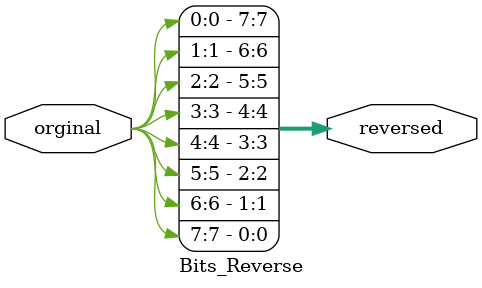
<source format=v>
module Bits_Reverse #(
   parameter WIDTH = 8
) (
   input  [WIDTH-1:0] orginal,
   output [WIDTH-1:0] reversed
);

   // Reverse bits order
   genvar      i;
   generate
      for(i=0; i<WIDTH; i=i+1)
      begin
	 assign reversed[i] = orginal[WIDTH-1-i];
      end
   endgenerate

endmodule

</source>
